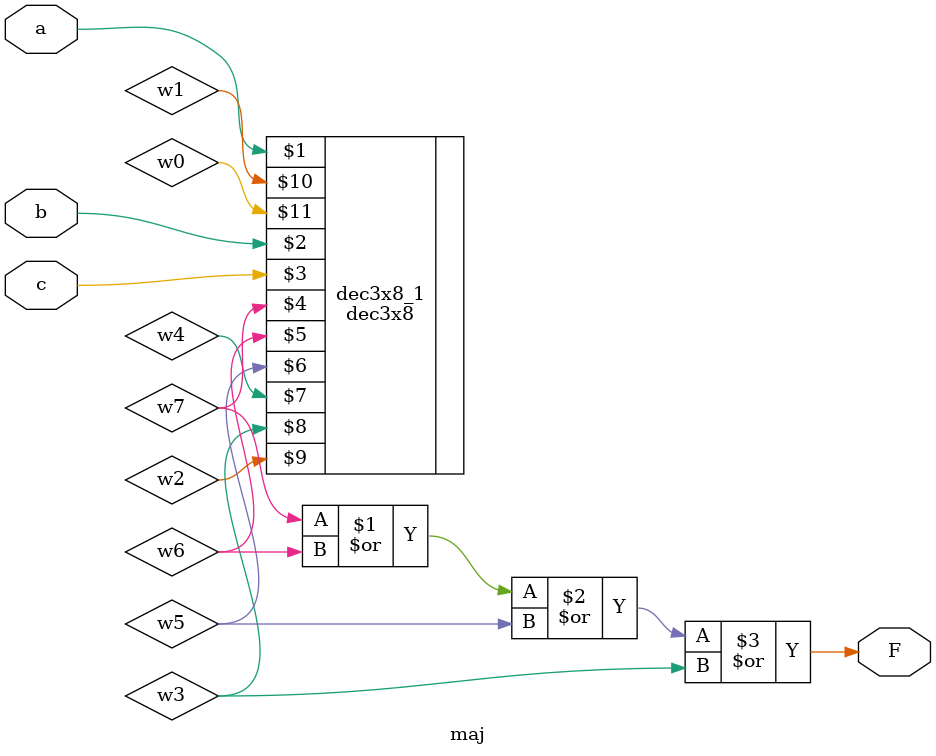
<source format=v>
`timescale 1ns / 1ps

module maj(a, b, c, F);

	input a, b, c;
	output F;
	
	wire w7, w6, w5, w4, w3, w2, w1, w0;
	
	dec3x8 dec3x8_1(a, b, c, w7, w6, w5, w4, w3, w2, w1, w0);
	or OR_1(F, w7, w6, w5, w3);

endmodule

</source>
